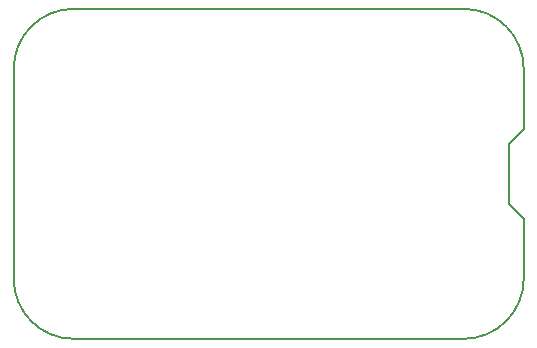
<source format=gbr>
%TF.GenerationSoftware,KiCad,Pcbnew,4.0.6+dfsg1-1*%
%TF.CreationDate,2018-06-21T08:51:40+02:00*%
%TF.ProjectId,energy_harvesting_module,656E657267795F68617276657374696E,rev?*%
%TF.FileFunction,Profile,NP*%
%FSLAX46Y46*%
G04 Gerber Fmt 4.6, Leading zero omitted, Abs format (unit mm)*
G04 Created by KiCad (PCBNEW 4.0.6+dfsg1-1) date Thu Jun 21 08:51:40 2018*
%MOMM*%
%LPD*%
G01*
G04 APERTURE LIST*
%ADD10C,0.100000*%
%ADD11C,0.150000*%
G04 APERTURE END LIST*
D10*
D11*
X127000000Y-111760000D02*
X127000000Y-93980000D01*
X170180000Y-99060000D02*
X170180000Y-93980000D01*
X168910000Y-100330000D02*
X170180000Y-99060000D01*
X168910000Y-105410000D02*
X168910000Y-100330000D01*
X170180000Y-106680000D02*
X168910000Y-105410000D01*
X170180000Y-111760000D02*
X170180000Y-106680000D01*
X132080000Y-88900000D02*
X165100000Y-88900000D01*
X165100000Y-116840000D02*
X132080000Y-116840000D01*
X165100000Y-116840000D02*
G75*
G03X170180000Y-111760000I0J5080000D01*
G01*
X127000000Y-111760000D02*
G75*
G03X132080000Y-116840000I5080000J0D01*
G01*
X170180000Y-93980000D02*
G75*
G03X165100000Y-88900000I-5080000J0D01*
G01*
X132080000Y-88900000D02*
G75*
G03X127000000Y-93980000I0J-5080000D01*
G01*
M02*

</source>
